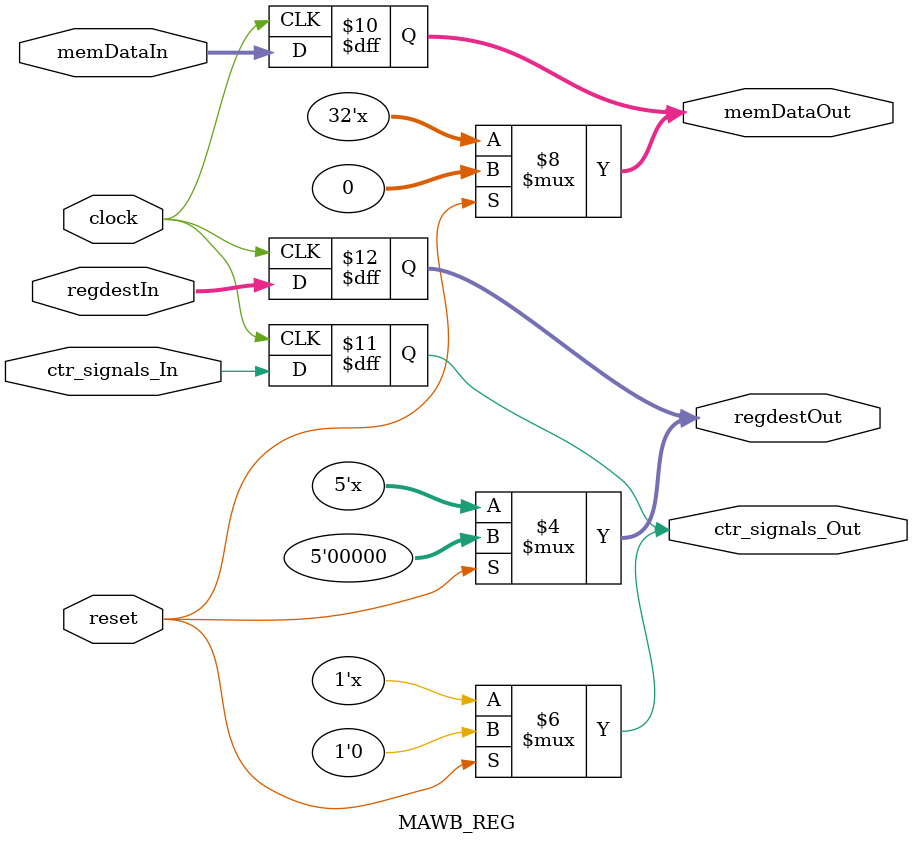
<source format=v>
`timescale 1ns / 1ps


module MAWB_REG(
    input clock,
	input reset,
	input [31:0] memDataIn,
	input ctr_signals_In,
	input [4:0] regdestIn,
	output reg [31:0] memDataOut,
	output reg ctr_signals_Out,
	output reg [4:0] regdestOut
    );

	initial begin
		memDataOut <= 0;
		ctr_signals_Out <= 0;
		regdestOut <= 0;
	end
	
	always@ (reset)
	begin
	   if(reset)
	   begin
	   memDataOut <= 0;
	   ctr_signals_Out <= 0;
	   regdestOut <= 0;
	   end
    end
	always @ (posedge clock)
	begin
        memDataOut <= memDataIn;
        ctr_signals_Out <= ctr_signals_In;
        regdestOut <= regdestIn;
	end
endmodule

</source>
